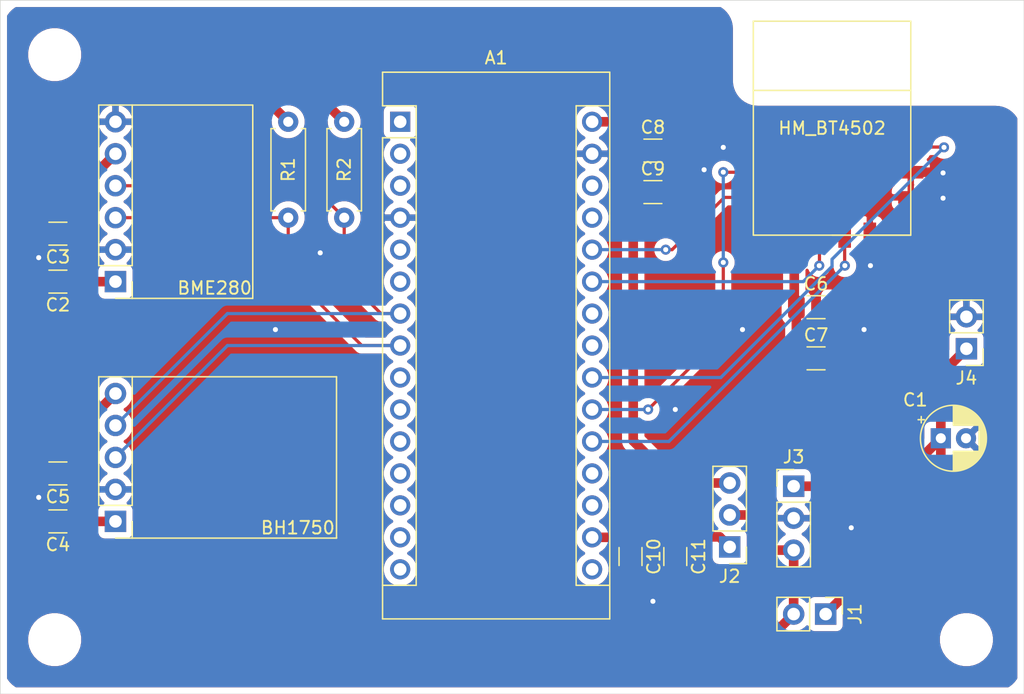
<source format=kicad_pcb>
(kicad_pcb (version 20171130) (host pcbnew "(5.1.12)-1")
  (layers (0 F.Cu signal) (31 B.Cu signal) (34 B.Paste user) (35 F.Paste user) (36 B.SilkS user) (37 F.SilkS user) (38 B.Mask user) (39 F.Mask user) (44 Edge.Cuts user))
  (net 0 "")
  (net 1 "Net-(A1-Pad16)")
  (net 2 "Net-(A1-Pad15)")
  (net 3 "Net-(A1-Pad14)")
  (net 4 "Net-(A1-Pad13)")
  (net 5 "Net-(A1-Pad28)")
  (net 6 "Net-(A1-Pad12)")
  (net 7 "Net-(A1-Pad27)")
  (net 8 "Net-(A1-Pad11)")
  (net 9 "Net-(A1-Pad10)")
  (net 10 "Net-(A1-Pad9)")
  (net 11 "Net-(A1-Pad6)")
  (net 12 "Net-(A1-Pad5)")
  (net 13 "Net-(A1-Pad19)")
  (net 14 "Net-(A1-Pad3)")
  (net 15 "Net-(A1-Pad18)")
  (net 16 "Net-(A1-Pad2)")
  (net 17 "Net-(A1-Pad1)")
  (net 18 WAKEUP)
  (net 19 PDN)
  (net 20 INT)
  (net 21 RX)
  (net 22 TX)
  (net 23 VCC)
  (net 24 GND)
  (net 25 SCL)
  (net 26 SDA)
  (net 27 "Net-(A1-Pad24)")
  (net 28 "Net-(A1-Pad23)")
  (net 29 VIN)
  (net 30 3V3)
  (net 31 VBAT)
  (module MountingHole:MountingHole_3.2mm_M3 (layer F.Cu) (at 114.808 98.298)
    (fp_text reference REF**)
    (fp_text value MountingHole_3.2mm_M3)
    (pad 1 np_thru_hole circle (at 0 0) (size 3.2 3.2) (drill 3.2) (layers *.Cu *.Mask))
  )
  (module MountingHole:MountingHole_3.2mm_M3 (layer F.Cu) (at 42.418 51.816)
    (fp_text reference REF**)
    (fp_text value MountingHole_3.2mm_M3)
    (pad 1 np_thru_hole circle (at 0 0) (size 3.2 3.2) (drill 3.2) (layers *.Cu *.Mask))
  )
  (module MountingHole:MountingHole_3.2mm_M3 (layer F.Cu) (at 115.062 51.816)
    (fp_text reference REF**)
    (fp_text value MountingHole_3.2mm_M3)
    (pad 1 np_thru_hole circle (at 0 0) (size 3.2 3.2) (drill 3.2) (layers *.Cu *.Mask))
  )
  (module MountingHole:MountingHole_3.2mm_M3 (layer F.Cu) (at 42.418 98.298)
    (fp_text reference REF**)
    (fp_text value MountingHole_3.2mm_M3)
    (pad 1 np_thru_hole circle (at 0 0) (size 3.2 3.2) (drill 3.2) (layers *.Cu *.Mask))
  )
  (module Capacitor_SMD:C_1206_3216Metric_Pad1.33x1.80mm_HandSolder (layer F.Cu) (at 91.694 91.694 270)
    (fp_text reference C11 (at 0 -1.85 90) (layer F.SilkS))
    (fp_text value 4,7u)
    (fp_line (start -0.711252 0.91) (end 0.711252 0.91) (layer F.SilkS) (width 0.12))
    (fp_line (start -0.711252 -0.91) (end 0.711252 -0.91) (layer F.SilkS) (width 0.12))
    (pad 2 smd roundrect (at 1.5625 0 270) (size 1.325 1.8) (layers F.Cu F.Paste F.Mask) (roundrect_rratio 0.1886784905660377) (net 24 GND))
    (pad 1 smd roundrect (at -1.5625 0 270) (size 1.325 1.8) (layers F.Cu F.Paste F.Mask) (roundrect_rratio 0.1886784905660377) (net 30 3V3))
  )
  (module Capacitor_SMD:C_1206_3216Metric_Pad1.33x1.80mm_HandSolder (layer F.Cu) (at 89.916 62.738)
    (fp_text reference C9 (at 0 -1.85) (layer F.SilkS))
    (fp_text value 100n)
    (fp_line (start -0.711252 0.91) (end 0.711252 0.91) (layer F.SilkS) (width 0.12))
    (fp_line (start -0.711252 -0.91) (end 0.711252 -0.91) (layer F.SilkS) (width 0.12))
    (pad 2 smd roundrect (at 1.5625 0) (size 1.325 1.8) (layers F.Cu F.Paste F.Mask) (roundrect_rratio 0.1886784905660377) (net 24 GND))
    (pad 1 smd roundrect (at -1.5625 0) (size 1.325 1.8) (layers F.Cu F.Paste F.Mask) (roundrect_rratio 0.1886784905660377) (net 29 VIN))
  )
  (module Capacitor_SMD:C_1206_3216Metric_Pad1.33x1.80mm_HandSolder (layer F.Cu) (at 88.138 91.694 270)
    (fp_text reference C10 (at 0 -1.85 90) (layer F.SilkS))
    (fp_text value 100n)
    (fp_line (start -0.711252 0.91) (end 0.711252 0.91) (layer F.SilkS) (width 0.12))
    (fp_line (start -0.711252 -0.91) (end 0.711252 -0.91) (layer F.SilkS) (width 0.12))
    (pad 2 smd roundrect (at 1.5625 0 270) (size 1.325 1.8) (layers F.Cu F.Paste F.Mask) (roundrect_rratio 0.1886784905660377) (net 24 GND))
    (pad 1 smd roundrect (at -1.5625 0 270) (size 1.325 1.8) (layers F.Cu F.Paste F.Mask) (roundrect_rratio 0.1886784905660377) (net 30 3V3))
  )
  (module Capacitor_SMD:C_1206_3216Metric_Pad1.33x1.80mm_HandSolder (layer F.Cu) (at 89.916 59.436)
    (fp_text reference C8 (at 0 -1.85) (layer F.SilkS))
    (fp_text value 4,7u)
    (fp_line (start -0.711252 0.91) (end 0.711252 0.91) (layer F.SilkS) (width 0.12))
    (fp_line (start -0.711252 -0.91) (end 0.711252 -0.91) (layer F.SilkS) (width 0.12))
    (pad 2 smd roundrect (at 1.5625 0) (size 1.325 1.8) (layers F.Cu F.Paste F.Mask) (roundrect_rratio 0.1886784905660377) (net 24 GND))
    (pad 1 smd roundrect (at -1.5625 0) (size 1.325 1.8) (layers F.Cu F.Paste F.Mask) (roundrect_rratio 0.1886784905660377) (net 29 VIN))
  )
  (module Capacitor_SMD:C_1206_3216Metric_Pad1.33x1.80mm_HandSolder (layer F.Cu) (at 102.87 75.946)
    (fp_text reference C7 (at 0 -1.85) (layer F.SilkS))
    (fp_text value 4,7u)
    (fp_line (start -0.711252 0.91) (end 0.711252 0.91) (layer F.SilkS) (width 0.12))
    (fp_line (start -0.711252 -0.91) (end 0.711252 -0.91) (layer F.SilkS) (width 0.12))
    (pad 2 smd roundrect (at 1.5625 0) (size 1.325 1.8) (layers F.Cu F.Paste F.Mask) (roundrect_rratio 0.1886784905660377) (net 24 GND))
    (pad 1 smd roundrect (at -1.5625 0) (size 1.325 1.8) (layers F.Cu F.Paste F.Mask) (roundrect_rratio 0.1886784905660377) (net 23 VCC))
  )
  (module Capacitor_SMD:C_1206_3216Metric_Pad1.33x1.80mm_HandSolder (layer F.Cu) (at 102.87 71.882)
    (fp_text reference C6 (at 0 -1.85) (layer F.SilkS))
    (fp_text value 100n)
    (fp_line (start -0.711252 0.91) (end 0.711252 0.91) (layer F.SilkS) (width 0.12))
    (fp_line (start -0.711252 -0.91) (end 0.711252 -0.91) (layer F.SilkS) (width 0.12))
    (pad 2 smd roundrect (at 1.5625 0) (size 1.325 1.8) (layers F.Cu F.Paste F.Mask) (roundrect_rratio 0.1886784905660377) (net 24 GND))
    (pad 1 smd roundrect (at -1.5625 0) (size 1.325 1.8) (layers F.Cu F.Paste F.Mask) (roundrect_rratio 0.1886784905660377) (net 23 VCC))
  )
  (module Capacitor_SMD:C_1206_3216Metric_Pad1.33x1.80mm_HandSolder (layer F.Cu) (at 42.672 85.09 180)
    (fp_text reference C5 (at 0 -1.85) (layer F.SilkS))
    (fp_text value 4,7u)
    (fp_line (start -0.711252 0.91) (end 0.711252 0.91) (layer F.SilkS) (width 0.12))
    (fp_line (start -0.711252 -0.91) (end 0.711252 -0.91) (layer F.SilkS) (width 0.12))
    (pad 2 smd roundrect (at 1.5625 0 180) (size 1.325 1.8) (layers F.Cu F.Paste F.Mask) (roundrect_rratio 0.1886784905660377) (net 24 GND))
    (pad 1 smd roundrect (at -1.5625 0 180) (size 1.325 1.8) (layers F.Cu F.Paste F.Mask) (roundrect_rratio 0.1886784905660377) (net 23 VCC))
  )
  (module Capacitor_SMD:C_1206_3216Metric_Pad1.33x1.80mm_HandSolder (layer F.Cu) (at 42.672 88.9 180)
    (fp_text reference C4 (at 0 -1.85) (layer F.SilkS))
    (fp_text value 100n)
    (fp_line (start -0.711252 0.91) (end 0.711252 0.91) (layer F.SilkS) (width 0.12))
    (fp_line (start -0.711252 -0.91) (end 0.711252 -0.91) (layer F.SilkS) (width 0.12))
    (pad 2 smd roundrect (at 1.5625 0 180) (size 1.325 1.8) (layers F.Cu F.Paste F.Mask) (roundrect_rratio 0.1886784905660377) (net 24 GND))
    (pad 1 smd roundrect (at -1.5625 0 180) (size 1.325 1.8) (layers F.Cu F.Paste F.Mask) (roundrect_rratio 0.1886784905660377) (net 23 VCC))
  )
  (module Capacitor_SMD:C_1206_3216Metric_Pad1.33x1.80mm_HandSolder (layer F.Cu) (at 42.672 66.04 180)
    (fp_text reference C3 (at 0 -1.85) (layer F.SilkS))
    (fp_text value 4,7u)
    (fp_line (start -0.711252 0.91) (end 0.711252 0.91) (layer F.SilkS) (width 0.12))
    (fp_line (start -0.711252 -0.91) (end 0.711252 -0.91) (layer F.SilkS) (width 0.12))
    (pad 2 smd roundrect (at 1.5625 0 180) (size 1.325 1.8) (layers F.Cu F.Paste F.Mask) (roundrect_rratio 0.1886784905660377) (net 24 GND))
    (pad 1 smd roundrect (at -1.5625 0 180) (size 1.325 1.8) (layers F.Cu F.Paste F.Mask) (roundrect_rratio 0.1886784905660377) (net 23 VCC))
  )
  (module Capacitor_SMD:C_1206_3216Metric_Pad1.33x1.80mm_HandSolder (layer F.Cu) (at 42.672 69.85 180)
    (fp_text reference C2 (at 0 -1.85) (layer F.SilkS))
    (fp_text value 100n)
    (fp_line (start -0.711252 0.91) (end 0.711252 0.91) (layer F.SilkS) (width 0.12))
    (fp_line (start -0.711252 -0.91) (end 0.711252 -0.91) (layer F.SilkS) (width 0.12))
    (pad 2 smd roundrect (at 1.5625 0 180) (size 1.325 1.8) (layers F.Cu F.Paste F.Mask) (roundrect_rratio 0.1886784905660377) (net 24 GND))
    (pad 1 smd roundrect (at -1.5625 0 180) (size 1.325 1.8) (layers F.Cu F.Paste F.Mask) (roundrect_rratio 0.1886784905660377) (net 23 VCC))
  )
  (module Connector_PinHeader_2.54mm:PinHeader_1x02_P2.54mm_Vertical (layer F.Cu) (at 114.808 75.184 180)
    (fp_text reference J4 (at 0 -2.33) (layer F.SilkS))
    (fp_text value Conn_01x02_Male)
    (fp_line (start -1.33 3.87) (end 1.33 3.87) (layer F.SilkS) (width 0.12))
    (fp_line (start -1.33 1.27) (end -1.33 3.87) (layer F.SilkS) (width 0.12))
    (fp_line (start 1.33 1.27) (end 1.33 3.87) (layer F.SilkS) (width 0.12))
    (fp_line (start -1.33 1.27) (end 1.33 1.27) (layer F.SilkS) (width 0.12))
    (fp_line (start -1.33 0) (end -1.33 -1.33) (layer F.SilkS) (width 0.12))
    (fp_line (start -1.33 -1.33) (end 0 -1.33) (layer F.SilkS) (width 0.12))
    (pad 2 thru_hole oval (at 0 2.54 180) (size 1.7 1.7) (drill 1) (layers *.Cu *.Mask) (net 24 GND))
    (pad 1 thru_hole rect (at 0 0 180) (size 1.7 1.7) (drill 1) (layers *.Cu *.Mask) (net 31 VBAT))
  )
  (module Connector_PinHeader_2.54mm:PinHeader_1x03_P2.54mm_Vertical (layer F.Cu) (at 96.012 90.932 180)
    (fp_text reference J2 (at 0 -2.33) (layer F.SilkS))
    (fp_text value VCC_SEL)
    (fp_line (start -1.33 6.41) (end 1.33 6.41) (layer F.SilkS) (width 0.12))
    (fp_line (start -1.33 1.27) (end -1.33 6.41) (layer F.SilkS) (width 0.12))
    (fp_line (start 1.33 1.27) (end 1.33 6.41) (layer F.SilkS) (width 0.12))
    (fp_line (start -1.33 1.27) (end 1.33 1.27) (layer F.SilkS) (width 0.12))
    (fp_line (start -1.33 0) (end -1.33 -1.33) (layer F.SilkS) (width 0.12))
    (fp_line (start -1.33 -1.33) (end 0 -1.33) (layer F.SilkS) (width 0.12))
    (pad 3 thru_hole oval (at 0 5.08 180) (size 1.7 1.7) (drill 1) (layers *.Cu *.Mask) (net 29 VIN))
    (pad 2 thru_hole oval (at 0 2.54 180) (size 1.7 1.7) (drill 1) (layers *.Cu *.Mask) (net 23 VCC))
    (pad 1 thru_hole rect (at 0 0 180) (size 1.7 1.7) (drill 1) (layers *.Cu *.Mask) (net 30 3V3))
  )
  (module Connector_PinHeader_2.54mm:PinHeader_1x02_P2.54mm_Vertical (layer F.Cu) (at 103.632 96.266 270)
    (fp_text reference J1 (at 0 -2.33 90) (layer F.SilkS))
    (fp_text value BAT_BYPAS)
    (fp_line (start -1.33 3.87) (end 1.33 3.87) (layer F.SilkS) (width 0.12))
    (fp_line (start -1.33 1.27) (end -1.33 3.87) (layer F.SilkS) (width 0.12))
    (fp_line (start 1.33 1.27) (end 1.33 3.87) (layer F.SilkS) (width 0.12))
    (fp_line (start -1.33 1.27) (end 1.33 1.27) (layer F.SilkS) (width 0.12))
    (fp_line (start -1.33 0) (end -1.33 -1.33) (layer F.SilkS) (width 0.12))
    (fp_line (start -1.33 -1.33) (end 0 -1.33) (layer F.SilkS) (width 0.12))
    (pad 2 thru_hole oval (at 0 2.54 270) (size 1.7 1.7) (drill 1) (layers *.Cu *.Mask) (net 23 VCC))
    (pad 1 thru_hole rect (at 0 0 270) (size 1.7 1.7) (drill 1) (layers *.Cu *.Mask) (net 31 VBAT))
  )
  (module Moje:HM-BT4502 (layer F.Cu) (at 104.14 57.658)
    (fp_text reference HM_BT4502 (at 0 0) (layer F.SilkS))
    (fp_text value HM_BT4502)
    (fp_line (start 6.25 -8.5) (end 6.25 8.5) (layer F.SilkS) (width 0.12))
    (fp_line (start -6.25 -8.5) (end 6.25 -8.5) (layer F.SilkS) (width 0.12))
    (fp_line (start -6.25 8.5) (end 6.25 8.5) (layer F.SilkS) (width 0.12))
    (fp_line (start -6.25 -3) (end 6.25 -3) (layer F.SilkS) (width 0.12))
    (fp_line (start -6.25 -8.5) (end -6.25 8.5) (layer F.SilkS) (width 0.12))
    (fp_line (start 0 8.5) (end 6.25 8.5) (layer F.SilkS) (width 0.12))
    (pad 3 smd rect (at 6.25 5.5) (size 2 1) (layers F.Cu F.Paste F.Mask) (net 24 GND))
    (pad 2 smd rect (at 6.25 3.5) (size 2 1) (layers F.Cu F.Paste F.Mask) (net 24 GND))
    (pad 1 smd rect (at 6.25 1.5) (size 2 1) (layers F.Cu F.Paste F.Mask) (net 20 INT))
    (pad 4 smd rect (at 3 8.5 90) (size 2 1) (layers F.Cu F.Paste F.Mask) (net 24 GND))
    (pad 5 smd rect (at 1 8.5 90) (size 2 1) (layers F.Cu F.Paste F.Mask) (net 19 PDN))
    (pad 6 smd rect (at -1 8.5 90) (size 2 1) (layers F.Cu F.Paste F.Mask) (net 18 WAKEUP))
    (pad 7 smd rect (at -3 8.5 90) (size 2 1) (layers F.Cu F.Paste F.Mask) (net 23 VCC))
    (pad 11 smd rect (at -6.25 -0.5) (size 2 1) (layers F.Cu F.Paste F.Mask))
    (pad 8 smd rect (at -6.25 5.5) (size 2 1) (layers F.Cu F.Paste F.Mask) (net 22 TX))
    (pad 9 smd rect (at -6.25 3.5) (size 2 1) (layers F.Cu F.Paste F.Mask) (net 21 RX))
    (pad 10 smd rect (at -6.25 1.5) (size 2 1) (layers F.Cu F.Paste F.Mask) (net 24 GND))
  )
  (module Resistor_THT:R_Axial_DIN0207_L6.3mm_D2.5mm_P7.62mm_Horizontal (layer F.Cu) (at 65.405 57.15 270)
    (fp_text reference R2 (at 3.81 0 90) (layer F.SilkS))
    (fp_text value 10k)
    (fp_line (start 7.08 1.37) (end 7.08 1.04) (layer F.SilkS) (width 0.12))
    (fp_line (start 0.54 1.37) (end 7.08 1.37) (layer F.SilkS) (width 0.12))
    (fp_line (start 0.54 1.04) (end 0.54 1.37) (layer F.SilkS) (width 0.12))
    (fp_line (start 7.08 -1.37) (end 7.08 -1.04) (layer F.SilkS) (width 0.12))
    (fp_line (start 0.54 -1.37) (end 7.08 -1.37) (layer F.SilkS) (width 0.12))
    (fp_line (start 0.54 -1.04) (end 0.54 -1.37) (layer F.SilkS) (width 0.12))
    (pad 2 thru_hole oval (at 7.62 0 270) (size 1.6 1.6) (drill 0.8) (layers *.Cu *.Mask) (net 26 SDA))
    (pad 1 thru_hole circle (at 0 0 270) (size 1.6 1.6) (drill 0.8) (layers *.Cu *.Mask) (net 23 VCC))
  )
  (module Resistor_THT:R_Axial_DIN0207_L6.3mm_D2.5mm_P7.62mm_Horizontal (layer F.Cu) (at 60.96 57.15 270)
    (fp_text reference R1 (at 3.81 0 90) (layer F.SilkS))
    (fp_text value 10k)
    (fp_line (start 7.08 1.37) (end 7.08 1.04) (layer F.SilkS) (width 0.12))
    (fp_line (start 0.54 1.37) (end 7.08 1.37) (layer F.SilkS) (width 0.12))
    (fp_line (start 0.54 1.04) (end 0.54 1.37) (layer F.SilkS) (width 0.12))
    (fp_line (start 7.08 -1.37) (end 7.08 -1.04) (layer F.SilkS) (width 0.12))
    (fp_line (start 0.54 -1.37) (end 7.08 -1.37) (layer F.SilkS) (width 0.12))
    (fp_line (start 0.54 -1.04) (end 0.54 -1.37) (layer F.SilkS) (width 0.12))
    (pad 2 thru_hole oval (at 7.62 0 270) (size 1.6 1.6) (drill 0.8) (layers *.Cu *.Mask) (net 25 SCL))
    (pad 1 thru_hole circle (at 0 0 270) (size 1.6 1.6) (drill 0.8) (layers *.Cu *.Mask) (net 23 VCC))
  )
  (module Connector_PinHeader_2.54mm:PinHeader_1x06_P2.54mm_Vertical (layer F.Cu) (at 47.244 69.85 180)
    (fp_text reference BME280 (at -7.874 -0.508) (layer F.SilkS))
    (fp_text value BME280)
    (fp_line (start -1.33 14.03) (end 1.33 14.03) (layer F.SilkS) (width 0.12))
    (fp_line (start -1.33 1.27) (end -1.33 14.03) (layer F.SilkS) (width 0.12))
    (fp_line (start 1.33 1.27) (end 1.33 14.03) (layer F.SilkS) (width 0.12))
    (fp_line (start -1.33 1.27) (end 1.33 1.27) (layer F.SilkS) (width 0.12))
    (fp_line (start -1.33 0) (end -1.33 -1.33) (layer F.SilkS) (width 0.12))
    (fp_line (start -1.33 -1.33) (end 0 -1.33) (layer F.SilkS) (width 0.12))
    (pad 6 thru_hole oval (at 0 12.7 180) (size 1.7 1.7) (drill 1) (layers *.Cu *.Mask) (net 24 GND))
    (pad 5 thru_hole oval (at 0 10.16 180) (size 1.7 1.7) (drill 1) (layers *.Cu *.Mask) (net 23 VCC))
    (pad 4 thru_hole oval (at 0 7.62 180) (size 1.7 1.7) (drill 1) (layers *.Cu *.Mask) (net 26 SDA))
    (pad 3 thru_hole oval (at 0 5.08 180) (size 1.7 1.7) (drill 1) (layers *.Cu *.Mask) (net 25 SCL))
    (pad 2 thru_hole oval (at 0 2.54 180) (size 1.7 1.7) (drill 1) (layers *.Cu *.Mask) (net 24 GND))
    (pad 1 thru_hole rect (at 0 0 180) (size 1.7 1.7) (drill 1) (layers *.Cu *.Mask) (net 23 VCC))
  )
  (module Connector_PinHeader_2.54mm:PinHeader_1x05_P2.54mm_Vertical (layer F.Cu) (at 47.244 88.9 180)
    (fp_text reference BH1750 (at -14.478 -0.508) (layer F.SilkS))
    (fp_text value BH1750)
    (fp_line (start -1.33 11.49) (end 1.33 11.49) (layer F.SilkS) (width 0.12))
    (fp_line (start -1.33 1.27) (end -1.33 11.49) (layer F.SilkS) (width 0.12))
    (fp_line (start 1.33 1.27) (end 1.33 11.49) (layer F.SilkS) (width 0.12))
    (fp_line (start -1.33 1.27) (end 1.33 1.27) (layer F.SilkS) (width 0.12))
    (fp_line (start -1.33 0) (end -1.33 -1.33) (layer F.SilkS) (width 0.12))
    (fp_line (start -1.33 -1.33) (end 0 -1.33) (layer F.SilkS) (width 0.12))
    (pad 5 thru_hole oval (at 0 10.16 180) (size 1.7 1.7) (drill 1) (layers *.Cu *.Mask) (net 23 VCC))
    (pad 4 thru_hole oval (at 0 7.62 180) (size 1.7 1.7) (drill 1) (layers *.Cu *.Mask) (net 26 SDA))
    (pad 3 thru_hole oval (at 0 5.08 180) (size 1.7 1.7) (drill 1) (layers *.Cu *.Mask) (net 25 SCL))
    (pad 2 thru_hole oval (at 0 2.54 180) (size 1.7 1.7) (drill 1) (layers *.Cu *.Mask) (net 24 GND))
    (pad 1 thru_hole rect (at 0 0 180) (size 1.7 1.7) (drill 1) (layers *.Cu *.Mask) (net 23 VCC))
  )
  (module Module:Arduino_Nano (layer F.Cu) (at 69.85 57.15)
    (fp_text reference A1 (at 7.62 -5.08) (layer F.SilkS))
    (fp_text value STM32)
    (fp_line (start 1.27 1.27) (end 1.27 -1.27) (layer F.SilkS) (width 0.12))
    (fp_line (start 1.27 -1.27) (end -1.4 -1.27) (layer F.SilkS) (width 0.12))
    (fp_line (start -1.4 1.27) (end -1.4 39.5) (layer F.SilkS) (width 0.12))
    (fp_line (start -1.4 -3.94) (end -1.4 -1.27) (layer F.SilkS) (width 0.12))
    (fp_line (start 13.97 -1.27) (end 16.64 -1.27) (layer F.SilkS) (width 0.12))
    (fp_line (start 13.97 -1.27) (end 13.97 36.83) (layer F.SilkS) (width 0.12))
    (fp_line (start 13.97 36.83) (end 16.64 36.83) (layer F.SilkS) (width 0.12))
    (fp_line (start 1.27 1.27) (end -1.4 1.27) (layer F.SilkS) (width 0.12))
    (fp_line (start 1.27 1.27) (end 1.27 36.83) (layer F.SilkS) (width 0.12))
    (fp_line (start 1.27 36.83) (end -1.4 36.83) (layer F.SilkS) (width 0.12))
    (fp_line (start -1.4 39.5) (end 16.64 39.5) (layer F.SilkS) (width 0.12))
    (fp_line (start 16.64 39.5) (end 16.64 -3.94) (layer F.SilkS) (width 0.12))
    (fp_line (start 16.64 -3.94) (end -1.4 -3.94) (layer F.SilkS) (width 0.12))
    (pad 16 thru_hole oval (at 15.24 35.56) (size 1.6 1.6) (drill 1) (layers *.Cu *.Mask) (net 1 "Net-(A1-Pad16)"))
    (pad 15 thru_hole oval (at 0 35.56) (size 1.6 1.6) (drill 1) (layers *.Cu *.Mask) (net 2 "Net-(A1-Pad15)"))
    (pad 30 thru_hole oval (at 15.24 0) (size 1.6 1.6) (drill 1) (layers *.Cu *.Mask) (net 29 VIN))
    (pad 14 thru_hole oval (at 0 33.02) (size 1.6 1.6) (drill 1) (layers *.Cu *.Mask) (net 3 "Net-(A1-Pad14)"))
    (pad 29 thru_hole oval (at 15.24 2.54) (size 1.6 1.6) (drill 1) (layers *.Cu *.Mask) (net 24 GND))
    (pad 13 thru_hole oval (at 0 30.48) (size 1.6 1.6) (drill 1) (layers *.Cu *.Mask) (net 4 "Net-(A1-Pad13)"))
    (pad 28 thru_hole oval (at 15.24 5.08) (size 1.6 1.6) (drill 1) (layers *.Cu *.Mask) (net 5 "Net-(A1-Pad28)"))
    (pad 12 thru_hole oval (at 0 27.94) (size 1.6 1.6) (drill 1) (layers *.Cu *.Mask) (net 6 "Net-(A1-Pad12)"))
    (pad 27 thru_hole oval (at 15.24 7.62) (size 1.6 1.6) (drill 1) (layers *.Cu *.Mask) (net 7 "Net-(A1-Pad27)"))
    (pad 11 thru_hole oval (at 0 25.4) (size 1.6 1.6) (drill 1) (layers *.Cu *.Mask) (net 8 "Net-(A1-Pad11)"))
    (pad 26 thru_hole oval (at 15.24 10.16) (size 1.6 1.6) (drill 1) (layers *.Cu *.Mask) (net 22 TX))
    (pad 10 thru_hole oval (at 0 22.86) (size 1.6 1.6) (drill 1) (layers *.Cu *.Mask) (net 9 "Net-(A1-Pad10)"))
    (pad 25 thru_hole oval (at 15.24 12.7) (size 1.6 1.6) (drill 1) (layers *.Cu *.Mask) (net 18 WAKEUP))
    (pad 9 thru_hole oval (at 0 20.32) (size 1.6 1.6) (drill 1) (layers *.Cu *.Mask) (net 10 "Net-(A1-Pad9)"))
    (pad 24 thru_hole oval (at 15.24 15.24) (size 1.6 1.6) (drill 1) (layers *.Cu *.Mask) (net 27 "Net-(A1-Pad24)"))
    (pad 8 thru_hole oval (at 0 17.78) (size 1.6 1.6) (drill 1) (layers *.Cu *.Mask) (net 25 SCL))
    (pad 23 thru_hole oval (at 15.24 17.78) (size 1.6 1.6) (drill 1) (layers *.Cu *.Mask) (net 28 "Net-(A1-Pad23)"))
    (pad 7 thru_hole oval (at 0 15.24) (size 1.6 1.6) (drill 1) (layers *.Cu *.Mask) (net 26 SDA))
    (pad 22 thru_hole oval (at 15.24 20.32) (size 1.6 1.6) (drill 1) (layers *.Cu *.Mask) (net 20 INT))
    (pad 6 thru_hole oval (at 0 12.7) (size 1.6 1.6) (drill 1) (layers *.Cu *.Mask) (net 11 "Net-(A1-Pad6)"))
    (pad 21 thru_hole oval (at 15.24 22.86) (size 1.6 1.6) (drill 1) (layers *.Cu *.Mask) (net 21 RX))
    (pad 5 thru_hole oval (at 0 10.16) (size 1.6 1.6) (drill 1) (layers *.Cu *.Mask) (net 12 "Net-(A1-Pad5)"))
    (pad 20 thru_hole oval (at 15.24 25.4) (size 1.6 1.6) (drill 1) (layers *.Cu *.Mask) (net 19 PDN))
    (pad 4 thru_hole oval (at 0 7.62) (size 1.6 1.6) (drill 1) (layers *.Cu *.Mask) (net 24 GND))
    (pad 19 thru_hole oval (at 15.24 27.94) (size 1.6 1.6) (drill 1) (layers *.Cu *.Mask) (net 13 "Net-(A1-Pad19)"))
    (pad 3 thru_hole oval (at 0 5.08) (size 1.6 1.6) (drill 1) (layers *.Cu *.Mask) (net 14 "Net-(A1-Pad3)"))
    (pad 18 thru_hole oval (at 15.24 30.48) (size 1.6 1.6) (drill 1) (layers *.Cu *.Mask) (net 15 "Net-(A1-Pad18)"))
    (pad 2 thru_hole oval (at 0 2.54) (size 1.6 1.6) (drill 1) (layers *.Cu *.Mask) (net 16 "Net-(A1-Pad2)"))
    (pad 17 thru_hole oval (at 15.24 33.02) (size 1.6 1.6) (drill 1) (layers *.Cu *.Mask) (net 30 3V3))
    (pad 1 thru_hole rect (at 0 0) (size 1.6 1.6) (drill 1) (layers *.Cu *.Mask) (net 17 "Net-(A1-Pad1)"))
  )
  (module Connector_PinHeader_2.54mm:PinHeader_1x03_P2.54mm_Vertical (layer F.Cu) (at 101.092 86.106)
    (fp_text reference J3 (at 0 -2.33) (layer F.SilkS))
    (fp_text value U1V10F3)
    (fp_line (start -1.33 6.41) (end 1.33 6.41) (layer F.SilkS) (width 0.12))
    (fp_line (start -1.33 1.27) (end -1.33 6.41) (layer F.SilkS) (width 0.12))
    (fp_line (start 1.33 1.27) (end 1.33 6.41) (layer F.SilkS) (width 0.12))
    (fp_line (start -1.33 1.27) (end 1.33 1.27) (layer F.SilkS) (width 0.12))
    (fp_line (start -1.33 0) (end -1.33 -1.33) (layer F.SilkS) (width 0.12))
    (fp_line (start -1.33 -1.33) (end 0 -1.33) (layer F.SilkS) (width 0.12))
    (pad 3 thru_hole oval (at 0 5.08) (size 1.7 1.7) (drill 1) (layers *.Cu *.Mask) (net 23 VCC))
    (pad 2 thru_hole oval (at 0 2.54) (size 1.7 1.7) (drill 1) (layers *.Cu *.Mask) (net 24 GND))
    (pad 1 thru_hole rect (at 0 0) (size 1.7 1.7) (drill 1) (layers *.Cu *.Mask) (net 31 VBAT))
  )
  (module Capacitor_THT:CP_Radial_D5.0mm_P2.00mm (layer F.Cu) (at 112.776 82.296)
    (fp_text reference C1 (at -2.032 -3.048) (layer F.SilkS))
    (fp_text value CP)
    (fp_circle (center 1 0) (end 3.62 0) (layer F.SilkS) (width 0.12))
    (fp_line (start 1 1.04) (end 1 2.58) (layer F.SilkS) (width 0.12))
    (fp_line (start 1 -2.58) (end 1 -1.04) (layer F.SilkS) (width 0.12))
    (fp_line (start 1.04 1.04) (end 1.04 2.58) (layer F.SilkS) (width 0.12))
    (fp_line (start 1.04 -2.58) (end 1.04 -1.04) (layer F.SilkS) (width 0.12))
    (fp_line (start 1.08 -2.579) (end 1.08 -1.04) (layer F.SilkS) (width 0.12))
    (fp_line (start 1.08 1.04) (end 1.08 2.579) (layer F.SilkS) (width 0.12))
    (fp_line (start 1.12 -2.578) (end 1.12 -1.04) (layer F.SilkS) (width 0.12))
    (fp_line (start 1.12 1.04) (end 1.12 2.578) (layer F.SilkS) (width 0.12))
    (fp_line (start 1.16 -2.576) (end 1.16 -1.04) (layer F.SilkS) (width 0.12))
    (fp_line (start 1.16 1.04) (end 1.16 2.576) (layer F.SilkS) (width 0.12))
    (fp_line (start 1.2 -2.573) (end 1.2 -1.04) (layer F.SilkS) (width 0.12))
    (fp_line (start 1.2 1.04) (end 1.2 2.573) (layer F.SilkS) (width 0.12))
    (fp_line (start 1.24 -2.569) (end 1.24 -1.04) (layer F.SilkS) (width 0.12))
    (fp_line (start 1.24 1.04) (end 1.24 2.569) (layer F.SilkS) (width 0.12))
    (fp_line (start 1.28 -2.565) (end 1.28 -1.04) (layer F.SilkS) (width 0.12))
    (fp_line (start 1.28 1.04) (end 1.28 2.565) (layer F.SilkS) (width 0.12))
    (fp_line (start 1.32 -2.561) (end 1.32 -1.04) (layer F.SilkS) (width 0.12))
    (fp_line (start 1.32 1.04) (end 1.32 2.561) (layer F.SilkS) (width 0.12))
    (fp_line (start 1.36 -2.556) (end 1.36 -1.04) (layer F.SilkS) (width 0.12))
    (fp_line (start 1.36 1.04) (end 1.36 2.556) (layer F.SilkS) (width 0.12))
    (fp_line (start 1.4 -2.55) (end 1.4 -1.04) (layer F.SilkS) (width 0.12))
    (fp_line (start 1.4 1.04) (end 1.4 2.55) (layer F.SilkS) (width 0.12))
    (fp_line (start 1.44 -2.543) (end 1.44 -1.04) (layer F.SilkS) (width 0.12))
    (fp_line (start 1.44 1.04) (end 1.44 2.543) (layer F.SilkS) (width 0.12))
    (fp_line (start 1.48 -2.536) (end 1.48 -1.04) (layer F.SilkS) (width 0.12))
    (fp_line (start 1.48 1.04) (end 1.48 2.536) (layer F.SilkS) (width 0.12))
    (fp_line (start 1.52 -2.528) (end 1.52 -1.04) (layer F.SilkS) (width 0.12))
    (fp_line (start 1.52 1.04) (end 1.52 2.528) (layer F.SilkS) (width 0.12))
    (fp_line (start 1.56 -2.52) (end 1.56 -1.04) (layer F.SilkS) (width 0.12))
    (fp_line (start 1.56 1.04) (end 1.56 2.52) (layer F.SilkS) (width 0.12))
    (fp_line (start 1.6 -2.511) (end 1.6 -1.04) (layer F.SilkS) (width 0.12))
    (fp_line (start 1.6 1.04) (end 1.6 2.511) (layer F.SilkS) (width 0.12))
    (fp_line (start 1.64 -2.501) (end 1.64 -1.04) (layer F.SilkS) (width 0.12))
    (fp_line (start 1.64 1.04) (end 1.64 2.501) (layer F.SilkS) (width 0.12))
    (fp_line (start 1.68 -2.491) (end 1.68 -1.04) (layer F.SilkS) (width 0.12))
    (fp_line (start 1.68 1.04) (end 1.68 2.491) (layer F.SilkS) (width 0.12))
    (fp_line (start 1.721 -2.48) (end 1.721 -1.04) (layer F.SilkS) (width 0.12))
    (fp_line (start 1.721 1.04) (end 1.721 2.48) (layer F.SilkS) (width 0.12))
    (fp_line (start 1.761 -2.468) (end 1.761 -1.04) (layer F.SilkS) (width 0.12))
    (fp_line (start 1.761 1.04) (end 1.761 2.468) (layer F.SilkS) (width 0.12))
    (fp_line (start 1.801 -2.455) (end 1.801 -1.04) (layer F.SilkS) (width 0.12))
    (fp_line (start 1.801 1.04) (end 1.801 2.455) (layer F.SilkS) (width 0.12))
    (fp_line (start 1.841 -2.442) (end 1.841 -1.04) (layer F.SilkS) (width 0.12))
    (fp_line (start 1.841 1.04) (end 1.841 2.442) (layer F.SilkS) (width 0.12))
    (fp_line (start 1.881 -2.428) (end 1.881 -1.04) (layer F.SilkS) (width 0.12))
    (fp_line (start 1.881 1.04) (end 1.881 2.428) (layer F.SilkS) (width 0.12))
    (fp_line (start 1.921 -2.414) (end 1.921 -1.04) (layer F.SilkS) (width 0.12))
    (fp_line (start 1.921 1.04) (end 1.921 2.414) (layer F.SilkS) (width 0.12))
    (fp_line (start 1.961 -2.398) (end 1.961 -1.04) (layer F.SilkS) (width 0.12))
    (fp_line (start 1.961 1.04) (end 1.961 2.398) (layer F.SilkS) (width 0.12))
    (fp_line (start 2.001 -2.382) (end 2.001 -1.04) (layer F.SilkS) (width 0.12))
    (fp_line (start 2.001 1.04) (end 2.001 2.382) (layer F.SilkS) (width 0.12))
    (fp_line (start 2.041 -2.365) (end 2.041 -1.04) (layer F.SilkS) (width 0.12))
    (fp_line (start 2.041 1.04) (end 2.041 2.365) (layer F.SilkS) (width 0.12))
    (fp_line (start 2.081 -2.348) (end 2.081 -1.04) (layer F.SilkS) (width 0.12))
    (fp_line (start 2.081 1.04) (end 2.081 2.348) (layer F.SilkS) (width 0.12))
    (fp_line (start 2.121 -2.329) (end 2.121 -1.04) (layer F.SilkS) (width 0.12))
    (fp_line (start 2.121 1.04) (end 2.121 2.329) (layer F.SilkS) (width 0.12))
    (fp_line (start 2.161 -2.31) (end 2.161 -1.04) (layer F.SilkS) (width 0.12))
    (fp_line (start 2.161 1.04) (end 2.161 2.31) (layer F.SilkS) (width 0.12))
    (fp_line (start 2.201 -2.29) (end 2.201 -1.04) (layer F.SilkS) (width 0.12))
    (fp_line (start 2.201 1.04) (end 2.201 2.29) (layer F.SilkS) (width 0.12))
    (fp_line (start 2.241 -2.268) (end 2.241 -1.04) (layer F.SilkS) (width 0.12))
    (fp_line (start 2.241 1.04) (end 2.241 2.268) (layer F.SilkS) (width 0.12))
    (fp_line (start 2.281 -2.247) (end 2.281 -1.04) (layer F.SilkS) (width 0.12))
    (fp_line (start 2.281 1.04) (end 2.281 2.247) (layer F.SilkS) (width 0.12))
    (fp_line (start 2.321 -2.224) (end 2.321 -1.04) (layer F.SilkS) (width 0.12))
    (fp_line (start 2.321 1.04) (end 2.321 2.224) (layer F.SilkS) (width 0.12))
    (fp_line (start 2.361 -2.2) (end 2.361 -1.04) (layer F.SilkS) (width 0.12))
    (fp_line (start 2.361 1.04) (end 2.361 2.2) (layer F.SilkS) (width 0.12))
    (fp_line (start 2.401 -2.175) (end 2.401 -1.04) (layer F.SilkS) (width 0.12))
    (fp_line (start 2.401 1.04) (end 2.401 2.175) (layer F.SilkS) (width 0.12))
    (fp_line (start 2.441 -2.149) (end 2.441 -1.04) (layer F.SilkS) (width 0.12))
    (fp_line (start 2.441 1.04) (end 2.441 2.149) (layer F.SilkS) (width 0.12))
    (fp_line (start 2.481 -2.122) (end 2.481 -1.04) (layer F.SilkS) (width 0.12))
    (fp_line (start 2.481 1.04) (end 2.481 2.122) (layer F.SilkS) (width 0.12))
    (fp_line (start 2.521 -2.095) (end 2.521 -1.04) (layer F.SilkS) (width 0.12))
    (fp_line (start 2.521 1.04) (end 2.521 2.095) (layer F.SilkS) (width 0.12))
    (fp_line (start 2.561 -2.065) (end 2.561 -1.04) (layer F.SilkS) (width 0.12))
    (fp_line (start 2.561 1.04) (end 2.561 2.065) (layer F.SilkS) (width 0.12))
    (fp_line (start 2.601 -2.035) (end 2.601 -1.04) (layer F.SilkS) (width 0.12))
    (fp_line (start 2.601 1.04) (end 2.601 2.035) (layer F.SilkS) (width 0.12))
    (fp_line (start 2.641 -2.004) (end 2.641 -1.04) (layer F.SilkS) (width 0.12))
    (fp_line (start 2.641 1.04) (end 2.641 2.004) (layer F.SilkS) (width 0.12))
    (fp_line (start 2.681 -1.971) (end 2.681 -1.04) (layer F.SilkS) (width 0.12))
    (fp_line (start 2.681 1.04) (end 2.681 1.971) (layer F.SilkS) (width 0.12))
    (fp_line (start 2.721 -1.937) (end 2.721 -1.04) (layer F.SilkS) (width 0.12))
    (fp_line (start 2.721 1.04) (end 2.721 1.937) (layer F.SilkS) (width 0.12))
    (fp_line (start 2.761 -1.901) (end 2.761 -1.04) (layer F.SilkS) (width 0.12))
    (fp_line (start 2.761 1.04) (end 2.761 1.901) (layer F.SilkS) (width 0.12))
    (fp_line (start 2.801 -1.864) (end 2.801 -1.04) (layer F.SilkS) (width 0.12))
    (fp_line (start 2.801 1.04) (end 2.801 1.864) (layer F.SilkS) (width 0.12))
    (fp_line (start 2.841 -1.826) (end 2.841 -1.04) (layer F.SilkS) (width 0.12))
    (fp_line (start 2.841 1.04) (end 2.841 1.826) (layer F.SilkS) (width 0.12))
    (fp_line (start 2.881 -1.785) (end 2.881 -1.04) (layer F.SilkS) (width 0.12))
    (fp_line (start 2.881 1.04) (end 2.881 1.785) (layer F.SilkS) (width 0.12))
    (fp_line (start 2.921 -1.743) (end 2.921 -1.04) (layer F.SilkS) (width 0.12))
    (fp_line (start 2.921 1.04) (end 2.921 1.743) (layer F.SilkS) (width 0.12))
    (fp_line (start 2.961 -1.699) (end 2.961 -1.04) (layer F.SilkS) (width 0.12))
    (fp_line (start 2.961 1.04) (end 2.961 1.699) (layer F.SilkS) (width 0.12))
    (fp_line (start 3.001 -1.653) (end 3.001 -1.04) (layer F.SilkS) (width 0.12))
    (fp_line (start 3.001 1.04) (end 3.001 1.653) (layer F.SilkS) (width 0.12))
    (fp_line (start 3.041 -1.605) (end 3.041 1.605) (layer F.SilkS) (width 0.12))
    (fp_line (start 3.081 -1.554) (end 3.081 1.554) (layer F.SilkS) (width 0.12))
    (fp_line (start 3.121 -1.5) (end 3.121 1.5) (layer F.SilkS) (width 0.12))
    (fp_line (start 3.161 -1.443) (end 3.161 1.443) (layer F.SilkS) (width 0.12))
    (fp_line (start 3.201 -1.383) (end 3.201 1.383) (layer F.SilkS) (width 0.12))
    (fp_line (start 3.241 -1.319) (end 3.241 1.319) (layer F.SilkS) (width 0.12))
    (fp_line (start 3.281 -1.251) (end 3.281 1.251) (layer F.SilkS) (width 0.12))
    (fp_line (start 3.321 -1.178) (end 3.321 1.178) (layer F.SilkS) (width 0.12))
    (fp_line (start 3.361 -1.098) (end 3.361 1.098) (layer F.SilkS) (width 0.12))
    (fp_line (start 3.401 -1.011) (end 3.401 1.011) (layer F.SilkS) (width 0.12))
    (fp_line (start 3.441 -0.915) (end 3.441 0.915) (layer F.SilkS) (width 0.12))
    (fp_line (start 3.481 -0.805) (end 3.481 0.805) (layer F.SilkS) (width 0.12))
    (fp_line (start 3.521 -0.677) (end 3.521 0.677) (layer F.SilkS) (width 0.12))
    (fp_line (start 3.561 -0.518) (end 3.561 0.518) (layer F.SilkS) (width 0.12))
    (fp_line (start 3.601 -0.284) (end 3.601 0.284) (layer F.SilkS) (width 0.12))
    (fp_line (start -1.804775 -1.475) (end -1.304775 -1.475) (layer F.SilkS) (width 0.12))
    (fp_line (start -1.554775 -1.725) (end -1.554775 -1.225) (layer F.SilkS) (width 0.12))
    (pad 2 thru_hole circle (at 2 0) (size 1.6 1.6) (drill 0.8) (layers *.Cu *.Mask) (net 24 GND))
    (pad 1 thru_hole rect (at 0 0) (size 1.6 1.6) (drill 0.8) (layers *.Cu *.Mask) (net 31 VBAT))
  )
  (gr_line (start 38.1 102.616) (end 38.1 47.5) (layer Edge.Cuts) (width 0.05))
  (gr_line (start 119.38 102.616) (end 38.1 102.616) (layer Edge.Cuts) (width 0.05))
  (gr_line (start 119.38 47.498) (end 119.38 102.616) (layer Edge.Cuts) (width 0.05))
  (gr_line (start 38.1 47.5) (end 119.38 47.498) (layer Edge.Cuts) (width 0.05))
  (gr_line (start 48.574 55.82) (end 58.144 55.82) (layer F.SilkS) (width 0.12))
  (gr_line (start 58.144 71.18) (end 58.144 55.825) (layer F.SilkS) (width 0.12))
  (gr_line (start 48.574 71.18) (end 58.144 71.18) (layer F.SilkS) (width 0.12))
  (gr_line (start 48.574 77.41) (end 64.794 77.41) (layer F.SilkS) (width 0.12))
  (gr_line (start 64.794 90.2) (end 64.794 77.41) (layer F.SilkS) (width 0.12))
  (gr_line (start 64.794 90.23) (end 64.794 90.2) (layer F.SilkS) (width 0.12))
  (gr_line (start 48.574 90.23) (end 64.794 90.23) (layer F.SilkS) (width 0.12))
  (via (at 103.124 68.58) (size 0.8) (drill 0.4) (layers F.Cu B.Cu) (net 18))
  (segment (start 103.14 68.564) (end 103.124 68.58) (width 0.254) (layer F.Cu) (net 18))
  (segment (start 103.14 66.158) (end 103.14 68.564) (width 0.254) (layer F.Cu) (net 18))
  (segment (start 101.854 69.85) (end 103.124 68.58) (width 0.254) (layer B.Cu) (net 18))
  (segment (start 85.09 69.85) (end 101.854 69.85) (width 0.254) (layer B.Cu) (net 18))
  (via (at 105.156 68.58) (size 0.8) (drill 0.4) (layers F.Cu B.Cu) (net 19))
  (segment (start 105.14 68.564) (end 105.156 68.58) (width 0.254) (layer F.Cu) (net 19))
  (segment (start 105.14 66.158) (end 105.14 68.564) (width 0.254) (layer F.Cu) (net 19))
  (segment (start 91.186 82.55) (end 85.09 82.55) (width 0.254) (layer B.Cu) (net 19))
  (segment (start 105.156 68.58) (end 91.186 82.55) (width 0.254) (layer B.Cu) (net 19))
  (via (at 113.03 59.182) (size 0.8) (drill 0.4) (layers F.Cu B.Cu) (net 20))
  (segment (start 113.006 59.158) (end 113.03 59.182) (width 0.254) (layer F.Cu) (net 20))
  (segment (start 110.39 59.158) (end 113.006 59.158) (width 0.254) (layer F.Cu) (net 20))
  (segment (start 95.309962 77.47) (end 85.09 77.47) (width 0.254) (layer B.Cu) (net 20))
  (segment (start 104.14 68.639962) (end 95.309962 77.47) (width 0.254) (layer B.Cu) (net 20))
  (segment (start 104.14 68.072) (end 104.14 68.639962) (width 0.254) (layer B.Cu) (net 20))
  (segment (start 113.03 59.182) (end 104.14 68.072) (width 0.254) (layer B.Cu) (net 20))
  (via (at 95.504 61.1505) (size 0.8) (drill 0.4) (layers F.Cu B.Cu) (net 21))
  (segment (start 95.56 61.0945) (end 95.504 61.1505) (width 0.254) (layer F.Cu) (net 21))
  (segment (start 97.89 61.158) (end 95.56 61.158) (width 0.254) (layer F.Cu) (net 21))
  (segment (start 95.504 61.1505) (end 95.504 68.326) (width 0.254) (layer B.Cu) (net 21))
  (segment (start 95.504 68.326) (end 95.504 68.326) (width 0.254) (layer B.Cu) (net 21))
  (via (at 95.504 68.326) (size 0.8) (drill 0.4) (layers F.Cu B.Cu) (net 21))
  (segment (start 95.504 68.326) (end 95.504 74.041) (width 0.254) (layer F.Cu) (net 21))
  (segment (start 95.504 74.041) (end 89.535 80.01) (width 0.254) (layer F.Cu) (net 21))
  (segment (start 89.535 80.01) (end 89.535 80.01) (width 0.254) (layer F.Cu) (net 21))
  (via (at 89.535 80.01) (size 0.8) (drill 0.4) (layers F.Cu B.Cu) (net 21))
  (segment (start 89.535 80.01) (end 85.09 80.01) (width 0.254) (layer B.Cu) (net 21))
  (via (at 90.932 67.31) (size 0.8) (drill 0.4) (layers F.Cu B.Cu) (net 22))
  (segment (start 90.932 67.31) (end 85.09 67.31) (width 0.254) (layer B.Cu) (net 22))
  (segment (start 91.44 67.31) (end 95.592 63.158) (width 0.254) (layer F.Cu) (net 22))
  (segment (start 95.592 63.158) (end 97.89 63.158) (width 0.254) (layer F.Cu) (net 22))
  (segment (start 90.932 67.31) (end 91.44 67.31) (width 0.254) (layer F.Cu) (net 22))
  (segment (start 62.103 53.848) (end 65.405 57.15) (width 0.762) (layer F.Cu) (net 23))
  (segment (start 57.658 53.848) (end 62.103 53.848) (width 0.762) (layer F.Cu) (net 23))
  (segment (start 57.658 53.848) (end 60.96 57.15) (width 0.762) (layer F.Cu) (net 23))
  (segment (start 101.092 91.186) (end 101.092 96.266) (width 0.762) (layer F.Cu) (net 23))
  (segment (start 101.14 71.7145) (end 101.3075 71.882) (width 0.762) (layer F.Cu) (net 23))
  (segment (start 101.14 66.158) (end 101.14 71.7145) (width 0.762) (layer F.Cu) (net 23))
  (segment (start 101.3075 71.882) (end 101.3075 75.946) (width 0.762) (layer F.Cu) (net 23))
  (segment (start 99.568 91.186) (end 101.092 91.186) (width 0.762) (layer F.Cu) (net 23))
  (segment (start 98.552 90.17) (end 99.568 91.186) (width 0.762) (layer F.Cu) (net 23))
  (segment (start 101.3075 76.846) (end 98.552 79.6015) (width 0.762) (layer F.Cu) (net 23))
  (segment (start 101.3075 75.946) (end 101.3075 76.846) (width 0.762) (layer F.Cu) (net 23))
  (segment (start 97.536 88.392) (end 98.552 89.408) (width 0.762) (layer F.Cu) (net 23))
  (segment (start 96.012 88.392) (end 97.536 88.392) (width 0.762) (layer F.Cu) (net 23))
  (segment (start 98.552 89.408) (end 98.552 90.17) (width 0.762) (layer F.Cu) (net 23))
  (segment (start 98.552 79.6015) (end 98.552 89.408) (width 0.762) (layer F.Cu) (net 23))
  (segment (start 44.2345 88.9) (end 47.244 88.9) (width 0.762) (layer F.Cu) (net 23))
  (segment (start 44.2345 88.9) (end 44.2345 85.09) (width 0.762) (layer F.Cu) (net 23))
  (segment (start 44.2345 81.7495) (end 47.244 78.74) (width 0.762) (layer F.Cu) (net 23))
  (segment (start 44.2345 85.09) (end 44.2345 81.7495) (width 0.762) (layer F.Cu) (net 23))
  (segment (start 44.2345 81.7495) (end 44.2345 69.85) (width 0.762) (layer F.Cu) (net 23))
  (segment (start 44.2345 69.85) (end 47.244 69.85) (width 0.762) (layer F.Cu) (net 23))
  (segment (start 44.2345 69.85) (end 44.2345 66.04) (width 0.762) (layer F.Cu) (net 23))
  (segment (start 44.2345 62.6995) (end 47.244 59.69) (width 0.762) (layer F.Cu) (net 23))
  (segment (start 44.2345 66.04) (end 44.2345 62.6995) (width 0.762) (layer F.Cu) (net 23))
  (segment (start 46.228 53.848) (end 57.658 53.848) (width 0.762) (layer F.Cu) (net 23))
  (segment (start 44.2345 55.8415) (end 46.228 53.848) (width 0.762) (layer F.Cu) (net 23))
  (segment (start 44.2345 62.6995) (end 44.2345 55.8415) (width 0.762) (layer F.Cu) (net 23))
  (segment (start 44.196 88.9385) (end 44.2345 88.9) (width 0.762) (layer F.Cu) (net 23))
  (segment (start 44.196 92.964) (end 44.196 88.9385) (width 0.762) (layer F.Cu) (net 23))
  (segment (start 48.768 97.536) (end 44.196 92.964) (width 0.762) (layer F.Cu) (net 23))
  (segment (start 99.822 97.536) (end 48.768 97.536) (width 0.762) (layer F.Cu) (net 23))
  (segment (start 101.092 96.266) (end 99.822 97.536) (width 0.762) (layer F.Cu) (net 23))
  (via (at 89.916 95.25) (size 0.8) (drill 0.4) (layers F.Cu B.Cu) (net 24))
  (via (at 41.148 67.945) (size 0.8) (drill 0.4) (layers F.Cu B.Cu) (net 24))
  (via (at 41.148 86.995) (size 0.8) (drill 0.4) (layers F.Cu B.Cu) (net 24))
  (via (at 97.028 73.66) (size 0.8) (drill 0.4) (layers F.Cu B.Cu) (net 24))
  (via (at 91.694 80.01) (size 0.8) (drill 0.4) (layers F.Cu B.Cu) (net 24))
  (via (at 112.9538 63.2206) (size 0.8) (drill 0.4) (layers F.Cu B.Cu) (net 24))
  (via (at 112.9538 61.214) (size 0.8) (drill 0.4) (layers F.Cu B.Cu) (net 24))
  (via (at 93.98 60.96) (size 0.8) (drill 0.4) (layers F.Cu B.Cu) (net 24))
  (via (at 106.68 73.66) (size 0.8) (drill 0.4) (layers F.Cu B.Cu) (net 24))
  (segment (start 112.8912 63.158) (end 112.9538 63.2206) (width 0.254) (layer F.Cu) (net 24))
  (segment (start 110.39 63.158) (end 112.8912 63.158) (width 0.762) (layer F.Cu) (net 24))
  (segment (start 112.8978 61.158) (end 112.9538 61.214) (width 0.254) (layer F.Cu) (net 24))
  (segment (start 110.39 61.158) (end 112.8978 61.158) (width 0.762) (layer F.Cu) (net 24))
  (segment (start 94.004 60.936) (end 93.98 60.96) (width 0.762) (layer F.Cu) (net 24))
  (segment (start 91.7325 59.182) (end 91.4785 59.436) (width 0.762) (layer F.Cu) (net 24))
  (segment (start 92.202 62.738) (end 93.98 60.96) (width 0.762) (layer F.Cu) (net 24))
  (segment (start 91.4785 62.738) (end 92.202 62.738) (width 0.762) (layer F.Cu) (net 24))
  (segment (start 92.456 59.436) (end 93.98 60.96) (width 0.762) (layer F.Cu) (net 24))
  (segment (start 91.4785 59.436) (end 92.456 59.436) (width 0.762) (layer F.Cu) (net 24))
  (via (at 95.504 59.182) (size 0.8) (drill 0.4) (layers F.Cu B.Cu) (net 24))
  (segment (start 97.866 59.182) (end 97.89 59.158) (width 0.762) (layer F.Cu) (net 24))
  (segment (start 95.504 59.182) (end 97.866 59.182) (width 0.762) (layer F.Cu) (net 24))
  (via (at 107.188 68.58) (size 0.8) (drill 0.4) (layers F.Cu B.Cu) (net 24))
  (segment (start 107.14 68.532) (end 107.188 68.58) (width 0.762) (layer F.Cu) (net 24))
  (segment (start 107.14 66.158) (end 107.14 68.532) (width 0.762) (layer F.Cu) (net 24))
  (segment (start 104.4325 75.946) (end 104.4325 75.9075) (width 0.762) (layer F.Cu) (net 24))
  (segment (start 106.68 72.644) (end 106.68 73.66) (width 0.762) (layer F.Cu) (net 24))
  (segment (start 105.918 71.882) (end 106.68 72.644) (width 0.762) (layer F.Cu) (net 24))
  (segment (start 104.4325 71.882) (end 105.918 71.882) (width 0.762) (layer F.Cu) (net 24))
  (segment (start 106.68 75.184) (end 106.68 73.66) (width 0.762) (layer F.Cu) (net 24))
  (segment (start 105.918 75.946) (end 106.68 75.184) (width 0.762) (layer F.Cu) (net 24))
  (segment (start 104.4325 75.946) (end 105.918 75.946) (width 0.762) (layer F.Cu) (net 24))
  (segment (start 41.1095 86.9565) (end 41.148 86.995) (width 0.762) (layer F.Cu) (net 24))
  (segment (start 41.1095 85.09) (end 41.1095 86.9565) (width 0.762) (layer F.Cu) (net 24))
  (segment (start 41.148 88.8615) (end 41.1095 88.9) (width 0.762) (layer F.Cu) (net 24))
  (segment (start 41.148 86.995) (end 41.148 88.8615) (width 0.762) (layer F.Cu) (net 24))
  (segment (start 41.1095 67.9065) (end 41.148 67.945) (width 0.762) (layer F.Cu) (net 24))
  (segment (start 41.1095 66.04) (end 41.1095 67.9065) (width 0.762) (layer F.Cu) (net 24))
  (segment (start 41.1095 67.9835) (end 41.148 67.945) (width 0.762) (layer F.Cu) (net 24))
  (segment (start 41.1095 69.85) (end 41.1095 67.9835) (width 0.762) (layer F.Cu) (net 24))
  (segment (start 89.154 95.25) (end 89.916 95.25) (width 0.762) (layer F.Cu) (net 24))
  (segment (start 88.138 94.234) (end 89.154 95.25) (width 0.762) (layer F.Cu) (net 24))
  (segment (start 88.138 93.2565) (end 88.138 94.234) (width 0.762) (layer F.Cu) (net 24))
  (segment (start 91.694 94.234) (end 91.694 93.2565) (width 0.762) (layer F.Cu) (net 24))
  (segment (start 90.678 95.25) (end 91.694 94.234) (width 0.762) (layer F.Cu) (net 24))
  (segment (start 89.916 95.25) (end 90.678 95.25) (width 0.762) (layer F.Cu) (net 24))
  (via (at 59.944 73.66) (size 0.8) (drill 0.4) (layers F.Cu B.Cu) (net 24))
  (via (at 63.5 67.564) (size 0.8) (drill 0.4) (layers F.Cu B.Cu) (net 24))
  (via (at 105.664 89.408) (size 0.8) (drill 0.4) (layers F.Cu B.Cu) (net 24))
  (segment (start 69.85 74.79137) (end 69.85 74.93) (width 0.254) (layer F.Cu) (net 25))
  (segment (start 56.134 74.93) (end 47.244 83.82) (width 0.254) (layer B.Cu) (net 25))
  (segment (start 69.85 74.93) (end 56.134 74.93) (width 0.254) (layer B.Cu) (net 25))
  (segment (start 60.96 64.77) (end 47.244 64.77) (width 0.254) (layer F.Cu) (net 25))
  (segment (start 66.802 74.93) (end 69.85 74.93) (width 0.254) (layer F.Cu) (net 25))
  (segment (start 60.96 69.088) (end 66.802 74.93) (width 0.254) (layer F.Cu) (net 25))
  (segment (start 60.96 64.77) (end 60.96 69.088) (width 0.254) (layer F.Cu) (net 25))
  (segment (start 62.865 62.23) (end 65.405 64.77) (width 0.254) (layer F.Cu) (net 26))
  (segment (start 56.134 72.39) (end 47.244 81.28) (width 0.254) (layer B.Cu) (net 26))
  (segment (start 69.85 72.39) (end 56.134 72.39) (width 0.254) (layer B.Cu) (net 26))
  (segment (start 62.865 62.23) (end 47.244 62.23) (width 0.254) (layer F.Cu) (net 26))
  (segment (start 68.326 72.39) (end 69.85 72.39) (width 0.254) (layer F.Cu) (net 26))
  (segment (start 65.405 69.469) (end 68.326 72.39) (width 0.254) (layer F.Cu) (net 26))
  (segment (start 65.405 64.77) (end 65.405 69.469) (width 0.254) (layer F.Cu) (net 26))
  (segment (start 88.3535 58.3815) (end 88.3535 59.436) (width 0.762) (layer F.Cu) (net 29))
  (segment (start 87.122 57.15) (end 88.3535 58.3815) (width 0.762) (layer F.Cu) (net 29))
  (segment (start 85.09 57.15) (end 87.122 57.15) (width 0.762) (layer F.Cu) (net 29))
  (segment (start 88.3535 59.436) (end 88.3535 62.738) (width 0.762) (layer F.Cu) (net 29))
  (segment (start 88.3535 62.738) (end 88.3535 82.5115) (width 0.762) (layer F.Cu) (net 29))
  (segment (start 91.694 85.852) (end 96.012 85.852) (width 0.762) (layer F.Cu) (net 29))
  (segment (start 88.3535 82.5115) (end 91.694 85.852) (width 0.762) (layer F.Cu) (net 29))
  (segment (start 88.0995 90.17) (end 88.138 90.1315) (width 0.762) (layer F.Cu) (net 30))
  (segment (start 85.09 90.17) (end 88.0995 90.17) (width 0.762) (layer F.Cu) (net 30))
  (segment (start 95.758 91.186) (end 96.012 90.932) (width 0.762) (layer F.Cu) (net 30))
  (segment (start 88.138 90.1315) (end 91.694 90.1315) (width 0.762) (layer F.Cu) (net 30))
  (segment (start 95.2115 90.1315) (end 96.012 90.932) (width 0.762) (layer F.Cu) (net 30))
  (segment (start 91.694 90.1315) (end 95.2115 90.1315) (width 0.762) (layer F.Cu) (net 30))
  (segment (start 109.22 90.678) (end 103.632 96.266) (width 0.762) (layer F.Cu) (net 31))
  (segment (start 112.776 87.122) (end 109.22 90.678) (width 0.762) (layer F.Cu) (net 31))
  (segment (start 112.776 82.296) (end 112.776 87.122) (width 0.762) (layer F.Cu) (net 31))
  (segment (start 112.776 77.216) (end 114.808 75.184) (width 0.762) (layer F.Cu) (net 31))
  (segment (start 112.776 82.296) (end 112.776 77.216) (width 0.762) (layer F.Cu) (net 31))
  (segment (start 108.966 86.106) (end 112.776 82.296) (width 0.762) (layer F.Cu) (net 31))
  (segment (start 101.092 86.106) (end 108.966 86.106) (width 0.762) (layer F.Cu) (net 31))
  (zone (net 0) (net_name "") (layer B.Cu) (connect_pads (clearance 0.508)) (min_thickness 0.254)
    (keepout (tracks not_allowed) (vias not_allowed) (copperpour not_allowed))
    (fill (arc_segments 32) (thermal_gap 0.508) (thermal_bridge_width 0.508))
    (polygon (pts (xy 110.998 55.372) (xy 97.282 55.372) (xy 97.282 48.26) (xy 110.998 48.26)))
  )
  (zone (net 24) (net_name GND) (layer B.Cu) (connect_pads (clearance 0.508)) (min_thickness 0.254) (fill yes (arc_segments 32) (thermal_gap 0.508) (thermal_bridge_width 0.508) (smoothing fillet) (radius 2))
    (polygon (pts (xy 96.266 55.88) (xy 119.126 55.88) (xy 119.126 102.362) (xy 38.354 102.362) (xy 38.354 47.752) (xy 96.266 47.752)))
  )
  (zone (net 24) (net_name GND) (layer F.Cu) (connect_pads (clearance 0.508)) (min_thickness 0.254) (fill yes (arc_segments 32) (thermal_gap 0.508) (thermal_bridge_width 0.508) (smoothing fillet) (radius 2))
    (polygon (pts (xy 96.266 55.88) (xy 119.126 55.88) (xy 119.126 102.362) (xy 38.354 102.362) (xy 38.354 47.752) (xy 96.266 47.752)))
  )
)
</source>
